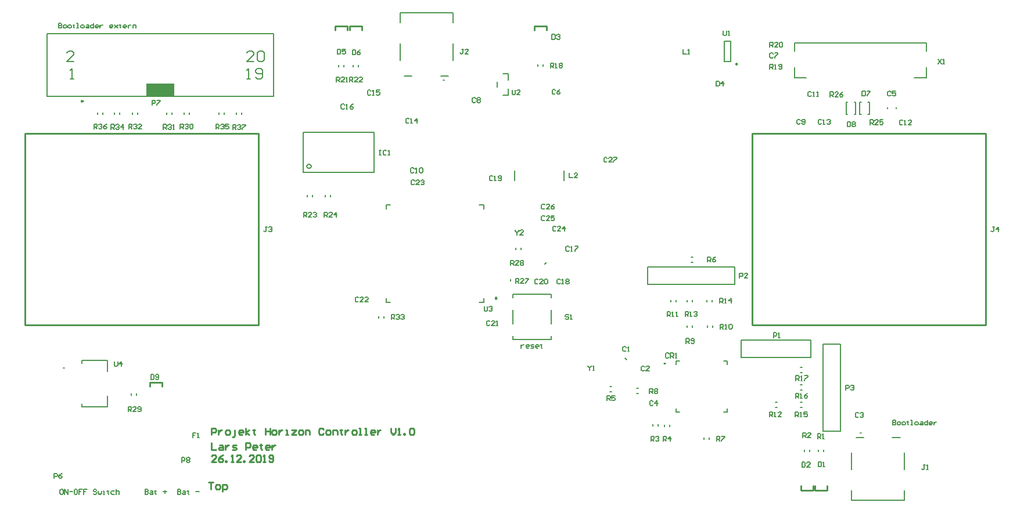
<source format=gto>
G04*
G04 #@! TF.GenerationSoftware,Altium Limited,Altium NEXUS,2.1.8 (74)*
G04*
G04 Layer_Color=65535*
%FSLAX25Y25*%
%MOIN*%
G70*
G01*
G75*
%ADD10C,0.00984*%
%ADD11C,0.00394*%
%ADD12C,0.00600*%
%ADD13C,0.00787*%
%ADD14C,0.00945*%
%ADD15C,0.00630*%
%ADD16C,0.01000*%
%ADD17C,0.00591*%
%ADD18C,0.00500*%
%ADD19R,0.16142X0.07480*%
D10*
X428248Y248524D02*
X427510Y248950D01*
Y248097D01*
X428248Y248524D01*
X52736Y227205D02*
X51998Y227631D01*
Y226779D01*
X52736Y227205D01*
D11*
X425669Y240413D02*
D03*
X495669Y228901D02*
D03*
X499606Y217483D02*
D03*
D12*
X183718Y189608D02*
X183366Y190457D01*
X182518Y190808D01*
X181669Y190457D01*
X181318Y189608D01*
X181669Y188760D01*
X182518Y188408D01*
X183366Y188760D01*
X183718Y189608D01*
X296760Y239125D02*
Y242823D01*
X290642Y235089D02*
Y238139D01*
X293830Y230405D02*
X296760D01*
Y234103D01*
X293830Y242823D02*
X296760D01*
X393102Y77866D02*
X395194D01*
X422502Y75774D02*
Y77866D01*
X420410Y48466D02*
X422502D01*
X393102D02*
X395194D01*
X422502D02*
Y50558D01*
X420410Y77866D02*
X422502D01*
X393102Y75774D02*
Y77866D01*
Y48466D02*
Y50558D01*
X179045Y209124D02*
X219990D01*
Y186092D02*
Y209124D01*
X179045Y186092D02*
X219990D01*
X179045D02*
Y209124D01*
D13*
X42354Y73976D02*
X41567D01*
X42354D01*
X420866Y249902D02*
X424409D01*
X420866Y261713D02*
X424409D01*
Y249902D02*
Y261713D01*
X420866Y249902D02*
Y261713D01*
X317933Y133559D02*
X318933Y134559D01*
X140744Y219677D02*
Y220677D01*
X143744Y219677D02*
Y220677D01*
X537008Y255986D02*
Y260710D01*
X461024D02*
X537008D01*
X461024Y255986D02*
Y260710D01*
Y240631D02*
Y246537D01*
Y240631D02*
X467717D01*
X529921D02*
X537008D01*
Y246537D01*
X162244Y229764D02*
Y265984D01*
X32244Y229764D02*
Y265984D01*
Y229764D02*
X162244D01*
X32244Y265984D02*
X162244D01*
X477605Y37580D02*
X487605D01*
X477605D02*
Y87580D01*
X487605Y37580D02*
Y87580D01*
X477605D02*
X487605D01*
X430475Y79775D02*
Y89775D01*
X470474D01*
X430475Y79775D02*
X470474D01*
Y89775D01*
X321472Y114220D02*
Y116220D01*
X299472D02*
X321472D01*
X299472Y114220D02*
Y116220D01*
Y99220D02*
Y107220D01*
X321472Y99220D02*
Y107220D01*
X299472Y90220D02*
Y92220D01*
Y90220D02*
X321472D01*
Y92220D01*
X490748Y219649D02*
X491536D01*
X490748Y226735D02*
X491536D01*
X495472Y219649D02*
X496260D01*
X495472Y226735D02*
X496260D01*
X490748Y219649D02*
Y226735D01*
X496260Y219649D02*
Y226735D01*
X519587Y222798D02*
Y223586D01*
X514665Y222798D02*
Y223586D01*
X503346Y226735D02*
X504134D01*
X503346Y219649D02*
X504134D01*
X498622Y226735D02*
X499409D01*
X498622Y219649D02*
X499409D01*
X504134D02*
Y226735D01*
X498622Y219649D02*
Y226735D01*
X376739Y121985D02*
Y131984D01*
X426739D01*
X376739Y121985D02*
X426739D01*
Y131984D01*
X477896Y25959D02*
Y26959D01*
X474896Y25959D02*
Y26959D01*
X466703Y25959D02*
Y26959D01*
X469703Y25959D02*
Y26959D01*
X379996Y40445D02*
Y41445D01*
X382996Y40445D02*
Y41445D01*
X389595Y40341D02*
Y41342D01*
X386595Y40341D02*
Y41342D01*
X355284Y60143D02*
X356284D01*
X355284Y63143D02*
X356284D01*
X401934Y134680D02*
X402934D01*
X401934Y137680D02*
X402934D01*
X412255Y32784D02*
Y33784D01*
X409255Y32784D02*
Y33784D01*
X370470Y62116D02*
X371470D01*
X370470Y59116D02*
X371470D01*
X399635Y97194D02*
Y98194D01*
X402635Y97194D02*
Y98194D01*
X411215Y97194D02*
Y98194D01*
X414215Y97194D02*
Y98194D01*
X390087Y111878D02*
Y112878D01*
X393087Y111878D02*
Y112878D01*
X450101Y54080D02*
X451101D01*
X450101Y51080D02*
X451101D01*
X399635Y111958D02*
Y112958D01*
X402635Y111958D02*
Y112958D01*
X411003Y111941D02*
Y112941D01*
X414003Y111941D02*
Y112941D01*
X464471Y54080D02*
X465471D01*
X464471Y51080D02*
X465471D01*
X464471Y64080D02*
X465471D01*
X464471Y61080D02*
X465471D01*
X464471Y74080D02*
X465471D01*
X464471Y71080D02*
X465471D01*
X316854Y247156D02*
Y248156D01*
X313854Y247156D02*
Y248156D01*
X202490Y247069D02*
Y248068D01*
X199490Y247069D02*
Y248068D01*
X210864Y247069D02*
Y248068D01*
X207864Y247069D02*
Y248068D01*
X181384Y172141D02*
Y173141D01*
X184384Y172141D02*
Y173141D01*
X191723Y172141D02*
Y173141D01*
X194723Y172141D02*
Y173141D01*
X301146Y123901D02*
Y124901D01*
X298146Y123901D02*
Y124901D01*
X301098Y142043D02*
Y143043D01*
X304098Y142043D02*
Y143043D01*
X83390Y58161D02*
Y59161D01*
X80390Y58161D02*
Y59161D01*
X110744Y219677D02*
Y220677D01*
X113744Y219677D02*
Y220677D01*
X100744Y219677D02*
Y220677D01*
X103744Y219677D02*
Y220677D01*
X81177Y219677D02*
Y220677D01*
X84177Y219677D02*
Y220677D01*
X225516Y102680D02*
Y103680D01*
X222516Y102680D02*
Y103680D01*
X70941Y219677D02*
Y220677D01*
X73941Y219677D02*
Y220677D01*
X133744Y219677D02*
Y220677D01*
X130744Y219677D02*
Y220677D01*
X61098Y219677D02*
Y220677D01*
X64098Y219677D02*
Y220677D01*
X363768Y79454D02*
X364768Y78454D01*
D14*
X290276Y114000D02*
X289567Y114409D01*
Y113591D01*
X290276Y114000D01*
D15*
X260078Y239094D02*
X259448D01*
X260078D01*
X499528Y36614D02*
X498898D01*
X499528D01*
D16*
X386954Y76408D02*
X386305D01*
X386954D01*
X570866Y98425D02*
Y208661D01*
X437008Y98425D02*
X570866D01*
X437008D02*
Y208661D01*
X570866D01*
X91264Y65661D02*
X91764D01*
X91264Y63161D02*
Y65661D01*
X91764D02*
X98264D01*
Y63161D02*
Y65661D01*
X479396Y3711D02*
X479896D01*
Y6211D01*
X472896Y3711D02*
X479396D01*
X472896D02*
Y6211D01*
X471203Y3711D02*
X471703D01*
Y6211D01*
X464703Y3711D02*
X471203D01*
X464703D02*
Y6211D01*
X311854Y270253D02*
X312354D01*
X311854Y267753D02*
Y270253D01*
X312354D02*
X318854D01*
Y267753D02*
Y270253D01*
X197490Y270317D02*
X197990D01*
X197490Y267816D02*
Y270317D01*
X197990D02*
X204490D01*
Y267816D02*
Y270317D01*
X205864D02*
X206364D01*
X205864Y267816D02*
Y270317D01*
X206364D02*
X212864D01*
Y267816D02*
Y270317D01*
X19685Y98441D02*
Y208677D01*
X153543D01*
Y98441D02*
Y208677D01*
X19685Y98441D02*
X153543D01*
X126591Y35455D02*
Y39391D01*
X128558D01*
X129214Y38735D01*
Y37423D01*
X128558Y36767D01*
X126591D01*
X130526Y38079D02*
Y35455D01*
Y36767D01*
X131182Y37423D01*
X131838Y38079D01*
X132494D01*
X135118Y35455D02*
X136430D01*
X137086Y36111D01*
Y37423D01*
X136430Y38079D01*
X135118D01*
X134462Y37423D01*
Y36111D01*
X135118Y35455D01*
X138398Y34143D02*
X139054D01*
X139710Y34799D01*
Y38079D01*
X144301Y35455D02*
X142990D01*
X142333Y36111D01*
Y37423D01*
X142990Y38079D01*
X144301D01*
X144957Y37423D01*
Y36767D01*
X142333D01*
X146269Y35455D02*
Y39391D01*
Y36767D02*
X148237Y38079D01*
X146269Y36767D02*
X148237Y35455D01*
X150861Y38735D02*
Y38079D01*
X150205D01*
X151517D01*
X150861D01*
Y36111D01*
X151517Y35455D01*
X157421Y39391D02*
Y35455D01*
Y37423D01*
X160044D01*
Y39391D01*
Y35455D01*
X162012D02*
X163324D01*
X163980Y36111D01*
Y37423D01*
X163324Y38079D01*
X162012D01*
X161356Y37423D01*
Y36111D01*
X162012Y35455D01*
X165292Y38079D02*
Y35455D01*
Y36767D01*
X165948Y37423D01*
X166604Y38079D01*
X167260D01*
X169228Y35455D02*
X170540D01*
X169884D01*
Y38079D01*
X169228D01*
X172508D02*
X175131D01*
X172508Y35455D01*
X175131D01*
X177099D02*
X178411D01*
X179067Y36111D01*
Y37423D01*
X178411Y38079D01*
X177099D01*
X176443Y37423D01*
Y36111D01*
X177099Y35455D01*
X180379D02*
Y38079D01*
X182347D01*
X183003Y37423D01*
Y35455D01*
X190874Y38735D02*
X190218Y39391D01*
X188906D01*
X188251Y38735D01*
Y36111D01*
X188906Y35455D01*
X190218D01*
X190874Y36111D01*
X192842Y35455D02*
X194154D01*
X194810Y36111D01*
Y37423D01*
X194154Y38079D01*
X192842D01*
X192186Y37423D01*
Y36111D01*
X192842Y35455D01*
X196122D02*
Y38079D01*
X198090D01*
X198746Y37423D01*
Y35455D01*
X200714Y38735D02*
Y38079D01*
X200058D01*
X201370D01*
X200714D01*
Y36111D01*
X201370Y35455D01*
X203338Y38079D02*
Y35455D01*
Y36767D01*
X203993Y37423D01*
X204649Y38079D01*
X205305D01*
X207929Y35455D02*
X209241D01*
X209897Y36111D01*
Y37423D01*
X209241Y38079D01*
X207929D01*
X207273Y37423D01*
Y36111D01*
X207929Y35455D01*
X211209D02*
X212521D01*
X211865D01*
Y39391D01*
X211209D01*
X214489Y35455D02*
X215801D01*
X215145D01*
Y39391D01*
X214489D01*
X219736Y35455D02*
X218425D01*
X217769Y36111D01*
Y37423D01*
X218425Y38079D01*
X219736D01*
X220392Y37423D01*
Y36767D01*
X217769D01*
X221704Y38079D02*
Y35455D01*
Y36767D01*
X222360Y37423D01*
X223016Y38079D01*
X223672D01*
X229576Y39391D02*
Y36767D01*
X230888Y35455D01*
X232200Y36767D01*
Y39391D01*
X233511Y35455D02*
X234823D01*
X234167D01*
Y39391D01*
X233511Y38735D01*
X236791Y35455D02*
Y36111D01*
X237447D01*
Y35455D01*
X236791D01*
X240071Y38735D02*
X240727Y39391D01*
X242039D01*
X242695Y38735D01*
Y36111D01*
X242039Y35455D01*
X240727D01*
X240071Y36111D01*
Y38735D01*
X126591Y30956D02*
Y27020D01*
X129214D01*
X131182Y29644D02*
X132494D01*
X133150Y28988D01*
Y27020D01*
X131182D01*
X130526Y27676D01*
X131182Y28332D01*
X133150D01*
X134462Y29644D02*
Y27020D01*
Y28332D01*
X135118Y28988D01*
X135774Y29644D01*
X136430D01*
X138398Y27020D02*
X140366D01*
X141022Y27676D01*
X140366Y28332D01*
X139054D01*
X138398Y28988D01*
X139054Y29644D01*
X141022D01*
X146269Y27020D02*
Y30956D01*
X148237D01*
X148893Y30300D01*
Y28988D01*
X148237Y28332D01*
X146269D01*
X152173Y27020D02*
X150861D01*
X150205Y27676D01*
Y28988D01*
X150861Y29644D01*
X152173D01*
X152829Y28988D01*
Y28332D01*
X150205D01*
X154797Y30300D02*
Y29644D01*
X154141D01*
X155453D01*
X154797D01*
Y27676D01*
X155453Y27020D01*
X159388D02*
X158077D01*
X157421Y27676D01*
Y28988D01*
X158077Y29644D01*
X159388D01*
X160044Y28988D01*
Y28332D01*
X157421D01*
X161356Y29644D02*
Y27020D01*
Y28332D01*
X162012Y28988D01*
X162668Y29644D01*
X163324D01*
X129214Y19898D02*
X126591D01*
X129214Y22522D01*
Y23177D01*
X128558Y23833D01*
X127246D01*
X126591Y23177D01*
X133150Y23833D02*
X131838Y23177D01*
X130526Y21866D01*
Y20554D01*
X131182Y19898D01*
X132494D01*
X133150Y20554D01*
Y21210D01*
X132494Y21866D01*
X130526D01*
X134462Y19898D02*
Y20554D01*
X135118D01*
Y19898D01*
X134462D01*
X137742D02*
X139054D01*
X138398D01*
Y23833D01*
X137742Y23177D01*
X143645Y19898D02*
X141022D01*
X143645Y22522D01*
Y23177D01*
X142990Y23833D01*
X141677D01*
X141022Y23177D01*
X144957Y19898D02*
Y20554D01*
X145613D01*
Y19898D01*
X144957D01*
X150861D02*
X148237D01*
X150861Y22522D01*
Y23177D01*
X150205Y23833D01*
X148893D01*
X148237Y23177D01*
X152173D02*
X152829Y23833D01*
X154141D01*
X154797Y23177D01*
Y20554D01*
X154141Y19898D01*
X152829D01*
X152173Y20554D01*
Y23177D01*
X156109Y19898D02*
X157421D01*
X156765D01*
Y23833D01*
X156109Y23177D01*
X159388Y20554D02*
X160044Y19898D01*
X161356D01*
X162012Y20554D01*
Y23177D01*
X161356Y23833D01*
X160044D01*
X159388Y23177D01*
Y22522D01*
X160044Y21866D01*
X162012D01*
X125016Y8216D02*
X127640D01*
X126328D01*
Y4280D01*
X129607D02*
X130919D01*
X131575Y4936D01*
Y6248D01*
X130919Y6904D01*
X129607D01*
X128952Y6248D01*
Y4936D01*
X129607Y4280D01*
X132887Y2968D02*
Y6904D01*
X134855D01*
X135511Y6248D01*
Y4936D01*
X134855Y4280D01*
X132887D01*
D17*
X300482Y181693D02*
Y187205D01*
X328829Y181693D02*
Y187205D01*
X47520Y249921D02*
X43584D01*
X47520Y253857D01*
Y254841D01*
X46536Y255825D01*
X44568D01*
X43584Y254841D01*
X45552Y239921D02*
X47520D01*
X46536D01*
Y245825D01*
X45552Y244841D01*
X150904Y249921D02*
X146968D01*
X150904Y253857D01*
Y254841D01*
X149920Y255825D01*
X147952D01*
X146968Y254841D01*
X152872D02*
X153856Y255825D01*
X155824D01*
X156808Y254841D01*
Y250905D01*
X155824Y249921D01*
X153856D01*
X152872Y250905D01*
Y254841D01*
X146968Y239921D02*
X148936D01*
X147952D01*
Y245825D01*
X146968Y244841D01*
X151888Y240905D02*
X152872Y239921D01*
X154840D01*
X155824Y240905D01*
Y244841D01*
X154840Y245825D01*
X152872D01*
X151888Y244841D01*
Y243857D01*
X152872Y242873D01*
X155824D01*
X304333Y87209D02*
Y85373D01*
Y86291D01*
X304792Y86750D01*
X305251Y87209D01*
X305710D01*
X308465Y85373D02*
X307547D01*
X307088Y85832D01*
Y86750D01*
X307547Y87209D01*
X308465D01*
X308925Y86750D01*
Y86291D01*
X307088D01*
X309843Y85373D02*
X311220D01*
X311680Y85832D01*
X311220Y86291D01*
X310302D01*
X309843Y86750D01*
X310302Y87209D01*
X311680D01*
X313975Y85373D02*
X313057D01*
X312598Y85832D01*
Y86750D01*
X313057Y87209D01*
X313975D01*
X314435Y86750D01*
Y86291D01*
X312598D01*
X315812Y87669D02*
Y87209D01*
X315353D01*
X316271D01*
X315812D01*
Y85832D01*
X316271Y85373D01*
X40944Y4133D02*
X40026D01*
X39567Y3674D01*
Y1837D01*
X40026Y1378D01*
X40944D01*
X41404Y1837D01*
Y3674D01*
X40944Y4133D01*
X42322Y1378D02*
Y4133D01*
X44159Y1378D01*
Y4133D01*
X45077Y2756D02*
X46914D01*
X49209Y4133D02*
X48291D01*
X47832Y3674D01*
Y1837D01*
X48291Y1378D01*
X49209D01*
X49669Y1837D01*
Y3674D01*
X49209Y4133D01*
X52424D02*
X50587D01*
Y2756D01*
X51505D01*
X50587D01*
Y1378D01*
X55179Y4133D02*
X53342D01*
Y2756D01*
X54260D01*
X53342D01*
Y1378D01*
X60689Y3674D02*
X60230Y4133D01*
X59311D01*
X58852Y3674D01*
Y3215D01*
X59311Y2756D01*
X60230D01*
X60689Y2296D01*
Y1837D01*
X60230Y1378D01*
X59311D01*
X58852Y1837D01*
X61607Y3215D02*
Y1837D01*
X62066Y1378D01*
X62525Y1837D01*
X62985Y1378D01*
X63444Y1837D01*
Y3215D01*
X64362Y1378D02*
X65280D01*
X64821D01*
Y3215D01*
X64362D01*
X67117Y3674D02*
Y3215D01*
X66658D01*
X67576D01*
X67117D01*
Y1837D01*
X67576Y1378D01*
X70790Y3215D02*
X69413D01*
X68954Y2756D01*
Y1837D01*
X69413Y1378D01*
X70790D01*
X71709Y4133D02*
Y1378D01*
Y2756D01*
X72168Y3215D01*
X73086D01*
X73545Y2756D01*
Y1378D01*
X107087Y4133D02*
Y1378D01*
X108464D01*
X108923Y1837D01*
Y2296D01*
X108464Y2756D01*
X107087D01*
X108464D01*
X108923Y3215D01*
Y3674D01*
X108464Y4133D01*
X107087D01*
X110301Y3215D02*
X111219D01*
X111678Y2756D01*
Y1378D01*
X110301D01*
X109842Y1837D01*
X110301Y2296D01*
X111678D01*
X113056Y3674D02*
Y3215D01*
X112597D01*
X113515D01*
X113056D01*
Y1837D01*
X113515Y1378D01*
X117648Y2756D02*
X119484D01*
X88386Y4133D02*
Y1378D01*
X89763D01*
X90223Y1837D01*
Y2296D01*
X89763Y2756D01*
X88386D01*
X89763D01*
X90223Y3215D01*
Y3674D01*
X89763Y4133D01*
X88386D01*
X91600Y3215D02*
X92518D01*
X92977Y2756D01*
Y1378D01*
X91600D01*
X91141Y1837D01*
X91600Y2296D01*
X92977D01*
X94355Y3674D02*
Y3215D01*
X93896D01*
X94814D01*
X94355D01*
Y1837D01*
X94814Y1378D01*
X98947Y2756D02*
X100783D01*
X99865Y3674D02*
Y1837D01*
X38780Y271849D02*
Y269094D01*
X40157D01*
X40616Y269554D01*
Y270013D01*
X40157Y270472D01*
X38780D01*
X40157D01*
X40616Y270931D01*
Y271390D01*
X40157Y271849D01*
X38780D01*
X41994Y269094D02*
X42912D01*
X43371Y269554D01*
Y270472D01*
X42912Y270931D01*
X41994D01*
X41535Y270472D01*
Y269554D01*
X41994Y269094D01*
X44749D02*
X45667D01*
X46126Y269554D01*
Y270472D01*
X45667Y270931D01*
X44749D01*
X44290Y270472D01*
Y269554D01*
X44749Y269094D01*
X47504Y271390D02*
Y270931D01*
X47045D01*
X47963D01*
X47504D01*
Y269554D01*
X47963Y269094D01*
X49340D02*
X50259D01*
X49800D01*
Y271849D01*
X49340D01*
X52096Y269094D02*
X53014D01*
X53473Y269554D01*
Y270472D01*
X53014Y270931D01*
X52096D01*
X51636Y270472D01*
Y269554D01*
X52096Y269094D01*
X54851Y270931D02*
X55769D01*
X56228Y270472D01*
Y269094D01*
X54851D01*
X54391Y269554D01*
X54851Y270013D01*
X56228D01*
X58983Y271849D02*
Y269094D01*
X57605D01*
X57146Y269554D01*
Y270472D01*
X57605Y270931D01*
X58983D01*
X61279Y269094D02*
X60360D01*
X59901Y269554D01*
Y270472D01*
X60360Y270931D01*
X61279D01*
X61738Y270472D01*
Y270013D01*
X59901D01*
X62656Y270931D02*
Y269094D01*
Y270013D01*
X63116Y270472D01*
X63575Y270931D01*
X64034D01*
X69544Y269094D02*
X68626D01*
X68166Y269554D01*
Y270472D01*
X68626Y270931D01*
X69544D01*
X70003Y270472D01*
Y270013D01*
X68166D01*
X70921Y270931D02*
X72758Y269094D01*
X71840Y270013D01*
X72758Y270931D01*
X70921Y269094D01*
X74136Y271390D02*
Y270931D01*
X73676D01*
X74595D01*
X74136D01*
Y269554D01*
X74595Y269094D01*
X77350D02*
X76432D01*
X75972Y269554D01*
Y270472D01*
X76432Y270931D01*
X77350D01*
X77809Y270472D01*
Y270013D01*
X75972D01*
X78727Y270931D02*
Y269094D01*
Y270013D01*
X79186Y270472D01*
X79646Y270931D01*
X80105D01*
X81482Y269094D02*
Y270931D01*
X82860D01*
X83319Y270472D01*
Y269094D01*
X517385Y43897D02*
Y41142D01*
X518763D01*
X519222Y41601D01*
Y42060D01*
X518763Y42519D01*
X517385D01*
X518763D01*
X519222Y42978D01*
Y43438D01*
X518763Y43897D01*
X517385D01*
X520600Y41142D02*
X521518D01*
X521977Y41601D01*
Y42519D01*
X521518Y42978D01*
X520600D01*
X520140Y42519D01*
Y41601D01*
X520600Y41142D01*
X523355D02*
X524273D01*
X524732Y41601D01*
Y42519D01*
X524273Y42978D01*
X523355D01*
X522895Y42519D01*
Y41601D01*
X523355Y41142D01*
X526110Y43438D02*
Y42978D01*
X525651D01*
X526569D01*
X526110D01*
Y41601D01*
X526569Y41142D01*
X527946D02*
X528865D01*
X528406D01*
Y43897D01*
X527946D01*
X530701Y41142D02*
X531620D01*
X532079Y41601D01*
Y42519D01*
X531620Y42978D01*
X530701D01*
X530242Y42519D01*
Y41601D01*
X530701Y41142D01*
X533456Y42978D02*
X534375D01*
X534834Y42519D01*
Y41142D01*
X533456D01*
X532997Y41601D01*
X533456Y42060D01*
X534834D01*
X537589Y43897D02*
Y41142D01*
X536211D01*
X535752Y41601D01*
Y42519D01*
X536211Y42978D01*
X537589D01*
X539885Y41142D02*
X538966D01*
X538507Y41601D01*
Y42519D01*
X538966Y42978D01*
X539885D01*
X540344Y42519D01*
Y42060D01*
X538507D01*
X541262Y42978D02*
Y41142D01*
Y42060D01*
X541721Y42519D01*
X542181Y42978D01*
X542640D01*
X117626Y36645D02*
X115790D01*
Y35267D01*
X116708D01*
X115790D01*
Y33890D01*
X118545D02*
X119463D01*
X119004D01*
Y36645D01*
X118545Y36186D01*
X575826Y154945D02*
X574908D01*
X575367D01*
Y152649D01*
X574908Y152190D01*
X574449D01*
X573990Y152649D01*
X578122Y152190D02*
Y154945D01*
X576745Y153567D01*
X578581D01*
X158426Y154945D02*
X157508D01*
X157967D01*
Y152649D01*
X157508Y152190D01*
X157049D01*
X156590Y152649D01*
X159345Y154486D02*
X159804Y154945D01*
X160722D01*
X161181Y154486D01*
Y154026D01*
X160722Y153567D01*
X160263D01*
X160722D01*
X161181Y153108D01*
Y152649D01*
X160722Y152190D01*
X159804D01*
X159345Y152649D01*
X300896Y153085D02*
Y152626D01*
X301814Y151707D01*
X302732Y152626D01*
Y153085D01*
X301814Y151707D02*
Y150330D01*
X305487D02*
X303650D01*
X305487Y152166D01*
Y152626D01*
X305028Y153085D01*
X304110D01*
X303650Y152626D01*
X342635Y75343D02*
Y74883D01*
X343553Y73965D01*
X344472Y74883D01*
Y75343D01*
X343553Y73965D02*
Y72587D01*
X345390D02*
X346308D01*
X345849D01*
Y75343D01*
X345390Y74883D01*
X543590Y251245D02*
X545426Y248490D01*
Y251245D02*
X543590Y248490D01*
X546345D02*
X547263D01*
X546804D01*
Y251245D01*
X546345Y250786D01*
X70866Y77558D02*
Y75262D01*
X71325Y74803D01*
X72244D01*
X72703Y75262D01*
Y77558D01*
X74999Y74803D02*
Y77558D01*
X73621Y76181D01*
X75458D01*
X283045Y109282D02*
Y106986D01*
X283504Y106527D01*
X284422D01*
X284882Y106986D01*
Y109282D01*
X285800Y108822D02*
X286259Y109282D01*
X287177D01*
X287637Y108822D01*
Y108363D01*
X287177Y107904D01*
X286718D01*
X287177D01*
X287637Y107445D01*
Y106986D01*
X287177Y106527D01*
X286259D01*
X285800Y106986D01*
X299096Y233558D02*
Y231262D01*
X299555Y230802D01*
X300474D01*
X300933Y231262D01*
Y233558D01*
X303688Y230802D02*
X301851D01*
X303688Y232639D01*
Y233098D01*
X303229Y233558D01*
X302310D01*
X301851Y233098D01*
X420276Y267637D02*
Y265341D01*
X420735Y264882D01*
X421653D01*
X422112Y265341D01*
Y267637D01*
X423031Y264882D02*
X423949D01*
X423490D01*
Y267637D01*
X423031Y267178D01*
X331526Y104186D02*
X331067Y104645D01*
X330149D01*
X329690Y104186D01*
Y103726D01*
X330149Y103267D01*
X331067D01*
X331526Y102808D01*
Y102349D01*
X331067Y101890D01*
X330149D01*
X329690Y102349D01*
X332445Y101890D02*
X333363D01*
X332904D01*
Y104645D01*
X332445Y104186D01*
X138803Y210956D02*
Y213711D01*
X140181D01*
X140640Y213251D01*
Y212333D01*
X140181Y211874D01*
X138803D01*
X139721D02*
X140640Y210956D01*
X141558Y213251D02*
X142017Y213711D01*
X142936D01*
X143395Y213251D01*
Y212792D01*
X142936Y212333D01*
X142476D01*
X142936D01*
X143395Y211874D01*
Y211415D01*
X142936Y210956D01*
X142017D01*
X141558Y211415D01*
X144313Y213711D02*
X146150D01*
Y213251D01*
X144313Y211415D01*
Y210956D01*
X59055Y211286D02*
Y214042D01*
X60433D01*
X60892Y213582D01*
Y212664D01*
X60433Y212205D01*
X59055D01*
X59974D02*
X60892Y211286D01*
X61810Y213582D02*
X62269Y214042D01*
X63188D01*
X63647Y213582D01*
Y213123D01*
X63188Y212664D01*
X62729D01*
X63188D01*
X63647Y212205D01*
Y211746D01*
X63188Y211286D01*
X62269D01*
X61810Y211746D01*
X66402Y214042D02*
X65483Y213582D01*
X64565Y212664D01*
Y211746D01*
X65024Y211286D01*
X65943D01*
X66402Y211746D01*
Y212205D01*
X65943Y212664D01*
X64565D01*
X129133Y211086D02*
Y213841D01*
X130510D01*
X130970Y213381D01*
Y212463D01*
X130510Y212004D01*
X129133D01*
X130051D02*
X130970Y211086D01*
X131888Y213381D02*
X132347Y213841D01*
X133265D01*
X133725Y213381D01*
Y212922D01*
X133265Y212463D01*
X132806D01*
X133265D01*
X133725Y212004D01*
Y211545D01*
X133265Y211086D01*
X132347D01*
X131888Y211545D01*
X136480Y213841D02*
X134643D01*
Y212463D01*
X135561Y212922D01*
X136020D01*
X136480Y212463D01*
Y211545D01*
X136020Y211086D01*
X135102D01*
X134643Y211545D01*
X68891Y211024D02*
Y213779D01*
X70269D01*
X70728Y213319D01*
Y212401D01*
X70269Y211942D01*
X68891D01*
X69809D02*
X70728Y211024D01*
X71646Y213319D02*
X72105Y213779D01*
X73024D01*
X73483Y213319D01*
Y212860D01*
X73024Y212401D01*
X72565D01*
X73024D01*
X73483Y211942D01*
Y211483D01*
X73024Y211024D01*
X72105D01*
X71646Y211483D01*
X75779Y211024D02*
Y213779D01*
X74401Y212401D01*
X76238D01*
X229790Y101790D02*
Y104545D01*
X231167D01*
X231626Y104086D01*
Y103167D01*
X231167Y102708D01*
X229790D01*
X230708D02*
X231626Y101790D01*
X232545Y104086D02*
X233004Y104545D01*
X233922D01*
X234382Y104086D01*
Y103626D01*
X233922Y103167D01*
X233463D01*
X233922D01*
X234382Y102708D01*
Y102249D01*
X233922Y101790D01*
X233004D01*
X232545Y102249D01*
X235300Y104086D02*
X235759Y104545D01*
X236677D01*
X237137Y104086D01*
Y103626D01*
X236677Y103167D01*
X236218D01*
X236677D01*
X237137Y102708D01*
Y102249D01*
X236677Y101790D01*
X235759D01*
X235300Y102249D01*
X79134Y211286D02*
Y214042D01*
X80511D01*
X80971Y213582D01*
Y212664D01*
X80511Y212205D01*
X79134D01*
X80052D02*
X80971Y211286D01*
X81889Y213582D02*
X82348Y214042D01*
X83266D01*
X83726Y213582D01*
Y213123D01*
X83266Y212664D01*
X82807D01*
X83266D01*
X83726Y212205D01*
Y211746D01*
X83266Y211286D01*
X82348D01*
X81889Y211746D01*
X86481Y211286D02*
X84644D01*
X86481Y213123D01*
Y213582D01*
X86021Y214042D01*
X85103D01*
X84644Y213582D01*
X98891Y211024D02*
Y213779D01*
X100269D01*
X100728Y213319D01*
Y212401D01*
X100269Y211942D01*
X98891D01*
X99809D02*
X100728Y211024D01*
X101646Y213319D02*
X102105Y213779D01*
X103024D01*
X103483Y213319D01*
Y212860D01*
X103024Y212401D01*
X102565D01*
X103024D01*
X103483Y211942D01*
Y211483D01*
X103024Y211024D01*
X102105D01*
X101646Y211483D01*
X104401Y211024D02*
X105319D01*
X104860D01*
Y213779D01*
X104401Y213319D01*
X108661Y211286D02*
Y214042D01*
X110039D01*
X110498Y213582D01*
Y212664D01*
X110039Y212205D01*
X108661D01*
X109580D02*
X110498Y211286D01*
X111416Y213582D02*
X111876Y214042D01*
X112794D01*
X113253Y213582D01*
Y213123D01*
X112794Y212664D01*
X112335D01*
X112794D01*
X113253Y212205D01*
Y211746D01*
X112794Y211286D01*
X111876D01*
X111416Y211746D01*
X114172Y213582D02*
X114631Y214042D01*
X115549D01*
X116008Y213582D01*
Y211746D01*
X115549Y211286D01*
X114631D01*
X114172Y211746D01*
Y213582D01*
X78740Y48819D02*
Y51574D01*
X80118D01*
X80577Y51115D01*
Y50196D01*
X80118Y49737D01*
X78740D01*
X79659D02*
X80577Y48819D01*
X83332D02*
X81495D01*
X83332Y50656D01*
Y51115D01*
X82873Y51574D01*
X81954D01*
X81495Y51115D01*
X84250Y49278D02*
X84709Y48819D01*
X85628D01*
X86087Y49278D01*
Y51115D01*
X85628Y51574D01*
X84709D01*
X84250Y51115D01*
Y50656D01*
X84709Y50196D01*
X86087D01*
X298241Y132917D02*
Y135672D01*
X299618D01*
X300077Y135213D01*
Y134294D01*
X299618Y133835D01*
X298241D01*
X299159D02*
X300077Y132917D01*
X302832D02*
X300996D01*
X302832Y134754D01*
Y135213D01*
X302373Y135672D01*
X301455D01*
X300996Y135213D01*
X303751D02*
X304210Y135672D01*
X305128D01*
X305587Y135213D01*
Y134754D01*
X305128Y134294D01*
X305587Y133835D01*
Y133376D01*
X305128Y132917D01*
X304210D01*
X303751Y133376D01*
Y133835D01*
X304210Y134294D01*
X303751Y134754D01*
Y135213D01*
X304210Y134294D02*
X305128D01*
X301181Y122591D02*
Y125346D01*
X302559D01*
X303018Y124887D01*
Y123969D01*
X302559Y123510D01*
X301181D01*
X302099D02*
X303018Y122591D01*
X305773D02*
X303936D01*
X305773Y124428D01*
Y124887D01*
X305314Y125346D01*
X304395D01*
X303936Y124887D01*
X306691Y125346D02*
X308528D01*
Y124887D01*
X306691Y123050D01*
Y122591D01*
X481644Y229675D02*
Y232430D01*
X483021D01*
X483480Y231971D01*
Y231053D01*
X483021Y230593D01*
X481644D01*
X482562D02*
X483480Y229675D01*
X486235D02*
X484399D01*
X486235Y231512D01*
Y231971D01*
X485776Y232430D01*
X484858D01*
X484399Y231971D01*
X488990Y232430D02*
X488072Y231971D01*
X487154Y231053D01*
Y230134D01*
X487613Y229675D01*
X488531D01*
X488990Y230134D01*
Y230593D01*
X488531Y231053D01*
X487154D01*
X504528Y213663D02*
Y216418D01*
X505905D01*
X506364Y215958D01*
Y215040D01*
X505905Y214581D01*
X504528D01*
X505446D02*
X506364Y213663D01*
X509119D02*
X507283D01*
X509119Y215499D01*
Y215958D01*
X508660Y216418D01*
X507742D01*
X507283Y215958D01*
X511874Y216418D02*
X510038D01*
Y215040D01*
X510956Y215499D01*
X511415D01*
X511874Y215040D01*
Y214122D01*
X511415Y213663D01*
X510497D01*
X510038Y214122D01*
X191239Y160564D02*
Y163319D01*
X192616D01*
X193076Y162860D01*
Y161942D01*
X192616Y161483D01*
X191239D01*
X192157D02*
X193076Y160564D01*
X195831D02*
X193994D01*
X195831Y162401D01*
Y162860D01*
X195371Y163319D01*
X194453D01*
X193994Y162860D01*
X198126Y160564D02*
Y163319D01*
X196749Y161942D01*
X198586D01*
X179415Y160564D02*
Y163319D01*
X180793D01*
X181252Y162860D01*
Y161942D01*
X180793Y161483D01*
X179415D01*
X180333D02*
X181252Y160564D01*
X184007D02*
X182170D01*
X184007Y162401D01*
Y162860D01*
X183548Y163319D01*
X182629D01*
X182170Y162860D01*
X184925D02*
X185384Y163319D01*
X186303D01*
X186762Y162860D01*
Y162401D01*
X186303Y161942D01*
X185844D01*
X186303D01*
X186762Y161483D01*
Y161023D01*
X186303Y160564D01*
X185384D01*
X184925Y161023D01*
X205796Y238189D02*
Y240944D01*
X207173D01*
X207632Y240484D01*
Y239566D01*
X207173Y239107D01*
X205796D01*
X206714D02*
X207632Y238189D01*
X210387D02*
X208551D01*
X210387Y240025D01*
Y240484D01*
X209928Y240944D01*
X209010D01*
X208551Y240484D01*
X213142Y238189D02*
X211306D01*
X213142Y240025D01*
Y240484D01*
X212683Y240944D01*
X211765D01*
X211306Y240484D01*
X198238Y238189D02*
Y240944D01*
X199616D01*
X200075Y240484D01*
Y239566D01*
X199616Y239107D01*
X198238D01*
X199157D02*
X200075Y238189D01*
X202830D02*
X200993D01*
X202830Y240025D01*
Y240484D01*
X202371Y240944D01*
X201452D01*
X200993Y240484D01*
X203748Y238189D02*
X204667D01*
X204208D01*
Y240944D01*
X203748Y240484D01*
X446990Y258190D02*
Y260945D01*
X448367D01*
X448826Y260486D01*
Y259567D01*
X448367Y259108D01*
X446990D01*
X447908D02*
X448826Y258190D01*
X451581D02*
X449745D01*
X451581Y260026D01*
Y260486D01*
X451122Y260945D01*
X450204D01*
X449745Y260486D01*
X452500D02*
X452959Y260945D01*
X453877D01*
X454337Y260486D01*
Y258649D01*
X453877Y258190D01*
X452959D01*
X452500Y258649D01*
Y260486D01*
X446990Y245590D02*
Y248345D01*
X448367D01*
X448826Y247886D01*
Y246967D01*
X448367Y246508D01*
X446990D01*
X447908D02*
X448826Y245590D01*
X449745D02*
X450663D01*
X450204D01*
Y248345D01*
X449745Y247886D01*
X452041Y246049D02*
X452500Y245590D01*
X453418D01*
X453877Y246049D01*
Y247886D01*
X453418Y248345D01*
X452500D01*
X452041Y247886D01*
Y247426D01*
X452500Y246967D01*
X453877D01*
X321096Y246292D02*
Y249047D01*
X322474D01*
X322933Y248588D01*
Y247670D01*
X322474Y247211D01*
X321096D01*
X322014D02*
X322933Y246292D01*
X323851D02*
X324769D01*
X324310D01*
Y249047D01*
X323851Y248588D01*
X326147D02*
X326606Y249047D01*
X327524D01*
X327984Y248588D01*
Y248129D01*
X327524Y247670D01*
X327984Y247211D01*
Y246751D01*
X327524Y246292D01*
X326606D01*
X326147Y246751D01*
Y247211D01*
X326606Y247670D01*
X326147Y248129D01*
Y248588D01*
X326606Y247670D02*
X327524D01*
X461940Y66705D02*
Y69460D01*
X463318D01*
X463777Y69001D01*
Y68082D01*
X463318Y67623D01*
X461940D01*
X462859D02*
X463777Y66705D01*
X464695D02*
X465614D01*
X465155D01*
Y69460D01*
X464695Y69001D01*
X466991Y69460D02*
X468828D01*
Y69001D01*
X466991Y67164D01*
Y66705D01*
X461734Y56630D02*
Y59385D01*
X463112D01*
X463571Y58926D01*
Y58008D01*
X463112Y57549D01*
X461734D01*
X462653D02*
X463571Y56630D01*
X464489D02*
X465408D01*
X464949D01*
Y59385D01*
X464489Y58926D01*
X468622Y59385D02*
X467704Y58926D01*
X466785Y58008D01*
Y57089D01*
X467244Y56630D01*
X468163D01*
X468622Y57089D01*
Y57549D01*
X468163Y58008D01*
X466785D01*
X461624Y45796D02*
Y48551D01*
X463002D01*
X463461Y48092D01*
Y47174D01*
X463002Y46714D01*
X461624D01*
X462543D02*
X463461Y45796D01*
X464379D02*
X465298D01*
X464839D01*
Y48551D01*
X464379Y48092D01*
X468512Y48551D02*
X466675D01*
Y47174D01*
X467594Y47633D01*
X468053D01*
X468512Y47174D01*
Y46255D01*
X468053Y45796D01*
X467134D01*
X466675Y46255D01*
X418290Y111090D02*
Y113845D01*
X419667D01*
X420126Y113386D01*
Y112467D01*
X419667Y112008D01*
X418290D01*
X419208D02*
X420126Y111090D01*
X421045D02*
X421963D01*
X421504D01*
Y113845D01*
X421045Y113386D01*
X424718Y111090D02*
Y113845D01*
X423341Y112467D01*
X425177D01*
X398379Y103599D02*
Y106354D01*
X399757D01*
X400216Y105895D01*
Y104977D01*
X399757Y104518D01*
X398379D01*
X399297D02*
X400216Y103599D01*
X401134D02*
X402052D01*
X401593D01*
Y106354D01*
X401134Y105895D01*
X403430D02*
X403889Y106354D01*
X404807D01*
X405267Y105895D01*
Y105436D01*
X404807Y104977D01*
X404348D01*
X404807D01*
X405267Y104518D01*
Y104059D01*
X404807Y103599D01*
X403889D01*
X403430Y104059D01*
X446732Y45969D02*
Y48724D01*
X448109D01*
X448568Y48265D01*
Y47347D01*
X448109Y46887D01*
X446732D01*
X447650D02*
X448568Y45969D01*
X449487D02*
X450405D01*
X449946D01*
Y48724D01*
X449487Y48265D01*
X453619Y45969D02*
X451783D01*
X453619Y47806D01*
Y48265D01*
X453160Y48724D01*
X452242D01*
X451783Y48265D01*
X388095Y103436D02*
Y106191D01*
X389473D01*
X389932Y105732D01*
Y104814D01*
X389473Y104355D01*
X388095D01*
X389013D02*
X389932Y103436D01*
X390850D02*
X391768D01*
X391309D01*
Y106191D01*
X390850Y105732D01*
X393146Y103436D02*
X394064D01*
X393605D01*
Y106191D01*
X393146Y105732D01*
X418490Y96290D02*
Y99045D01*
X419867D01*
X420326Y98586D01*
Y97667D01*
X419867Y97208D01*
X418490D01*
X419408D02*
X420326Y96290D01*
X421245D02*
X422163D01*
X421704D01*
Y99045D01*
X421245Y98586D01*
X423541D02*
X424000Y99045D01*
X424918D01*
X425377Y98586D01*
Y96749D01*
X424918Y96290D01*
X424000D01*
X423541Y96749D01*
Y98586D01*
X398944Y88042D02*
Y90797D01*
X400321D01*
X400780Y90338D01*
Y89420D01*
X400321Y88960D01*
X398944D01*
X399862D02*
X400780Y88042D01*
X401699Y88501D02*
X402158Y88042D01*
X403076D01*
X403535Y88501D01*
Y90338D01*
X403076Y90797D01*
X402158D01*
X401699Y90338D01*
Y89879D01*
X402158Y89420D01*
X403535D01*
X377999Y59238D02*
Y61993D01*
X379376D01*
X379836Y61534D01*
Y60615D01*
X379376Y60156D01*
X377999D01*
X378917D02*
X379836Y59238D01*
X380754Y61534D02*
X381213Y61993D01*
X382131D01*
X382591Y61534D01*
Y61075D01*
X382131Y60615D01*
X382591Y60156D01*
Y59697D01*
X382131Y59238D01*
X381213D01*
X380754Y59697D01*
Y60156D01*
X381213Y60615D01*
X380754Y61075D01*
Y61534D01*
X381213Y60615D02*
X382131D01*
X416490Y31890D02*
Y34645D01*
X417867D01*
X418326Y34186D01*
Y33267D01*
X417867Y32808D01*
X416490D01*
X417408D02*
X418326Y31890D01*
X419245Y34645D02*
X421081D01*
Y34186D01*
X419245Y32349D01*
Y31890D01*
X411290Y134790D02*
Y137545D01*
X412667D01*
X413126Y137086D01*
Y136167D01*
X412667Y135708D01*
X411290D01*
X412208D02*
X413126Y134790D01*
X415881Y137545D02*
X414963Y137086D01*
X414045Y136167D01*
Y135249D01*
X414504Y134790D01*
X415422D01*
X415881Y135249D01*
Y135708D01*
X415422Y136167D01*
X414045D01*
X353545Y55198D02*
Y57953D01*
X354923D01*
X355382Y57494D01*
Y56576D01*
X354923Y56116D01*
X353545D01*
X354463D02*
X355382Y55198D01*
X358137Y57953D02*
X356300D01*
Y56576D01*
X357218Y57035D01*
X357678D01*
X358137Y56576D01*
Y55657D01*
X357678Y55198D01*
X356759D01*
X356300Y55657D01*
X385814Y31807D02*
Y34562D01*
X387192D01*
X387651Y34103D01*
Y33184D01*
X387192Y32725D01*
X385814D01*
X386733D02*
X387651Y31807D01*
X389947D02*
Y34562D01*
X388569Y33184D01*
X390406D01*
X378740Y31807D02*
Y34562D01*
X380118D01*
X380577Y34103D01*
Y33184D01*
X380118Y32725D01*
X378740D01*
X379659D02*
X380577Y31807D01*
X381495Y34103D02*
X381954Y34562D01*
X382873D01*
X383332Y34103D01*
Y33643D01*
X382873Y33184D01*
X382414D01*
X382873D01*
X383332Y32725D01*
Y32266D01*
X382873Y31807D01*
X381954D01*
X381495Y32266D01*
X465922Y33956D02*
Y36711D01*
X467300D01*
X467759Y36252D01*
Y35334D01*
X467300Y34875D01*
X465922D01*
X466841D02*
X467759Y33956D01*
X470514D02*
X468678D01*
X470514Y35793D01*
Y36252D01*
X470055Y36711D01*
X469137D01*
X468678Y36252D01*
X474375Y33402D02*
Y36157D01*
X475753D01*
X476212Y35698D01*
Y34780D01*
X475753Y34321D01*
X474375D01*
X475293D02*
X476212Y33402D01*
X477130D02*
X478049D01*
X477589D01*
Y36157D01*
X477130Y35698D01*
X109492Y19685D02*
Y22440D01*
X110870D01*
X111329Y21981D01*
Y21062D01*
X110870Y20603D01*
X109492D01*
X112247Y21981D02*
X112706Y22440D01*
X113625D01*
X114084Y21981D01*
Y21522D01*
X113625Y21062D01*
X114084Y20603D01*
Y20144D01*
X113625Y19685D01*
X112706D01*
X112247Y20144D01*
Y20603D01*
X112706Y21062D01*
X112247Y21522D01*
Y21981D01*
X112706Y21062D02*
X113625D01*
X92520Y224913D02*
Y227668D01*
X93897D01*
X94356Y227208D01*
Y226290D01*
X93897Y225831D01*
X92520D01*
X95275Y227668D02*
X97111D01*
Y227208D01*
X95275Y225372D01*
Y224913D01*
X36220Y10630D02*
Y13385D01*
X37598D01*
X38057Y12926D01*
Y12007D01*
X37598Y11548D01*
X36220D01*
X40812Y13385D02*
X39894Y12926D01*
X38976Y12007D01*
Y11089D01*
X39435Y10630D01*
X40353D01*
X40812Y11089D01*
Y11548D01*
X40353Y12007D01*
X38976D01*
X490590Y61190D02*
Y63945D01*
X491967D01*
X492426Y63486D01*
Y62567D01*
X491967Y62108D01*
X490590D01*
X493345Y63486D02*
X493804Y63945D01*
X494722D01*
X495182Y63486D01*
Y63026D01*
X494722Y62567D01*
X494263D01*
X494722D01*
X495182Y62108D01*
Y61649D01*
X494722Y61190D01*
X493804D01*
X493345Y61649D01*
X429690Y125590D02*
Y128345D01*
X431067D01*
X431526Y127886D01*
Y126967D01*
X431067Y126508D01*
X429690D01*
X434281Y125590D02*
X432445D01*
X434281Y127426D01*
Y127886D01*
X433822Y128345D01*
X432904D01*
X432445Y127886D01*
X449055Y91396D02*
Y94151D01*
X450433D01*
X450892Y93692D01*
Y92773D01*
X450433Y92314D01*
X449055D01*
X451810Y91396D02*
X452729D01*
X452270D01*
Y94151D01*
X451810Y93692D01*
X331990Y185845D02*
Y183090D01*
X333826D01*
X336581D02*
X334745D01*
X336581Y184926D01*
Y185386D01*
X336122Y185845D01*
X335204D01*
X334745Y185386D01*
X397244Y256987D02*
Y254232D01*
X399081D01*
X399999D02*
X400917D01*
X400458D01*
Y256987D01*
X399999Y256528D01*
X271191Y257055D02*
X270273D01*
X270732D01*
Y254759D01*
X270273Y254300D01*
X269814D01*
X269355Y254759D01*
X273946Y254300D02*
X272110D01*
X273946Y256137D01*
Y256596D01*
X273487Y257055D01*
X272569D01*
X272110Y256596D01*
X536026Y18345D02*
X535108D01*
X535567D01*
Y16049D01*
X535108Y15590D01*
X534649D01*
X534190Y16049D01*
X536945Y15590D02*
X537863D01*
X537404D01*
Y18345D01*
X536945Y17886D01*
X222890Y198945D02*
X223808D01*
X223349D01*
Y196190D01*
X222890D01*
X223808D01*
X227022Y198486D02*
X226563Y198945D01*
X225645D01*
X225186Y198486D01*
Y196649D01*
X225645Y196190D01*
X226563D01*
X227022Y196649D01*
X227941Y196190D02*
X228859D01*
X228400D01*
Y198945D01*
X227941Y198486D01*
X91732Y70078D02*
Y67323D01*
X93110D01*
X93569Y67782D01*
Y69619D01*
X93110Y70078D01*
X91732D01*
X94487Y67782D02*
X94946Y67323D01*
X95865D01*
X96324Y67782D01*
Y69619D01*
X95865Y70078D01*
X94946D01*
X94487Y69619D01*
Y69160D01*
X94946Y68700D01*
X96324D01*
X491468Y215353D02*
Y212598D01*
X492845D01*
X493304Y213058D01*
Y214894D01*
X492845Y215353D01*
X491468D01*
X494223Y214894D02*
X494682Y215353D01*
X495600D01*
X496059Y214894D01*
Y214435D01*
X495600Y213976D01*
X496059Y213517D01*
Y213058D01*
X495600Y212598D01*
X494682D01*
X494223Y213058D01*
Y213517D01*
X494682Y213976D01*
X494223Y214435D01*
Y214894D01*
X494682Y213976D02*
X495600D01*
X500000Y232975D02*
Y230220D01*
X501377D01*
X501837Y230679D01*
Y232516D01*
X501377Y232975D01*
X500000D01*
X502755D02*
X504592D01*
Y232516D01*
X502755Y230679D01*
Y230220D01*
X207388Y256692D02*
Y253937D01*
X208766D01*
X209225Y254396D01*
Y256233D01*
X208766Y256692D01*
X207388D01*
X211980D02*
X211061Y256233D01*
X210143Y255314D01*
Y254396D01*
X210602Y253937D01*
X211521D01*
X211980Y254396D01*
Y254855D01*
X211521Y255314D01*
X210143D01*
X198844Y257023D02*
Y254268D01*
X200222D01*
X200681Y254728D01*
Y256564D01*
X200222Y257023D01*
X198844D01*
X203436D02*
X201599D01*
Y255646D01*
X202518Y256105D01*
X202977D01*
X203436Y255646D01*
Y254728D01*
X202977Y254268D01*
X202058D01*
X201599Y254728D01*
X416222Y238581D02*
Y235826D01*
X417599D01*
X418058Y236285D01*
Y238122D01*
X417599Y238581D01*
X416222D01*
X420354Y235826D02*
Y238581D01*
X418977Y237204D01*
X420813D01*
X321896Y265447D02*
Y262692D01*
X323274D01*
X323733Y263152D01*
Y264988D01*
X323274Y265447D01*
X321896D01*
X324651Y264988D02*
X325110Y265447D01*
X326029D01*
X326488Y264988D01*
Y264529D01*
X326029Y264070D01*
X325569D01*
X326029D01*
X326488Y263611D01*
Y263152D01*
X326029Y262692D01*
X325110D01*
X324651Y263152D01*
X465447Y19765D02*
Y17010D01*
X466824D01*
X467284Y17469D01*
Y19306D01*
X466824Y19765D01*
X465447D01*
X470039Y17010D02*
X468202D01*
X470039Y18847D01*
Y19306D01*
X469580Y19765D01*
X468661D01*
X468202Y19306D01*
X474721Y19990D02*
Y17235D01*
X476098D01*
X476558Y17694D01*
Y19531D01*
X476098Y19990D01*
X474721D01*
X477476Y17235D02*
X478394D01*
X477935D01*
Y19990D01*
X477476Y19531D01*
X389048Y81950D02*
X388589Y82409D01*
X387671D01*
X387211Y81950D01*
Y80114D01*
X387671Y79654D01*
X388589D01*
X389048Y80114D01*
X389966Y79654D02*
Y82409D01*
X391344D01*
X391803Y81950D01*
Y81032D01*
X391344Y80573D01*
X389966D01*
X390885D02*
X391803Y79654D01*
X392721D02*
X393640D01*
X393181D01*
Y82409D01*
X392721Y81950D01*
X353626Y194386D02*
X353167Y194845D01*
X352249D01*
X351790Y194386D01*
Y192549D01*
X352249Y192090D01*
X353167D01*
X353626Y192549D01*
X356382Y192090D02*
X354545D01*
X356382Y193926D01*
Y194386D01*
X355922Y194845D01*
X355004D01*
X354545Y194386D01*
X357300Y194845D02*
X359137D01*
Y194386D01*
X357300Y192549D01*
Y192090D01*
X317826Y167486D02*
X317367Y167945D01*
X316449D01*
X315990Y167486D01*
Y165649D01*
X316449Y165190D01*
X317367D01*
X317826Y165649D01*
X320582Y165190D02*
X318745D01*
X320582Y167026D01*
Y167486D01*
X320122Y167945D01*
X319204D01*
X318745Y167486D01*
X323337Y167945D02*
X322418Y167486D01*
X321500Y166567D01*
Y165649D01*
X321959Y165190D01*
X322877D01*
X323337Y165649D01*
Y166108D01*
X322877Y166567D01*
X321500D01*
X317826Y160886D02*
X317367Y161345D01*
X316449D01*
X315990Y160886D01*
Y159049D01*
X316449Y158590D01*
X317367D01*
X317826Y159049D01*
X320582Y158590D02*
X318745D01*
X320582Y160426D01*
Y160886D01*
X320122Y161345D01*
X319204D01*
X318745Y160886D01*
X323337Y161345D02*
X321500D01*
Y159967D01*
X322418Y160426D01*
X322877D01*
X323337Y159967D01*
Y159049D01*
X322877Y158590D01*
X321959D01*
X321500Y159049D01*
X324226Y154886D02*
X323767Y155345D01*
X322849D01*
X322390Y154886D01*
Y153049D01*
X322849Y152590D01*
X323767D01*
X324226Y153049D01*
X326981Y152590D02*
X325145D01*
X326981Y154426D01*
Y154886D01*
X326522Y155345D01*
X325604D01*
X325145Y154886D01*
X329277Y152590D02*
Y155345D01*
X327900Y153967D01*
X329736D01*
X243026Y181386D02*
X242567Y181845D01*
X241649D01*
X241190Y181386D01*
Y179549D01*
X241649Y179090D01*
X242567D01*
X243026Y179549D01*
X245781Y179090D02*
X243945D01*
X245781Y180926D01*
Y181386D01*
X245322Y181845D01*
X244404D01*
X243945Y181386D01*
X246700D02*
X247159Y181845D01*
X248077D01*
X248536Y181386D01*
Y180926D01*
X248077Y180467D01*
X247618D01*
X248077D01*
X248536Y180008D01*
Y179549D01*
X248077Y179090D01*
X247159D01*
X246700Y179549D01*
X210926Y114086D02*
X210467Y114545D01*
X209549D01*
X209090Y114086D01*
Y112249D01*
X209549Y111790D01*
X210467D01*
X210926Y112249D01*
X213682Y111790D02*
X211845D01*
X213682Y113626D01*
Y114086D01*
X213222Y114545D01*
X212304D01*
X211845Y114086D01*
X216437Y111790D02*
X214600D01*
X216437Y113626D01*
Y114086D01*
X215977Y114545D01*
X215059D01*
X214600Y114086D01*
X286326Y100586D02*
X285867Y101045D01*
X284949D01*
X284490Y100586D01*
Y98749D01*
X284949Y98290D01*
X285867D01*
X286326Y98749D01*
X289082Y98290D02*
X287245D01*
X289082Y100126D01*
Y100586D01*
X288622Y101045D01*
X287704D01*
X287245Y100586D01*
X290000Y98290D02*
X290918D01*
X290459D01*
Y101045D01*
X290000Y100586D01*
X313972Y124530D02*
X313513Y124989D01*
X312594D01*
X312135Y124530D01*
Y122693D01*
X312594Y122234D01*
X313513D01*
X313972Y122693D01*
X316727Y122234D02*
X314890D01*
X316727Y124071D01*
Y124530D01*
X316268Y124989D01*
X315349D01*
X314890Y124530D01*
X317645D02*
X318104Y124989D01*
X319023D01*
X319482Y124530D01*
Y122693D01*
X319023Y122234D01*
X318104D01*
X317645Y122693D01*
Y124530D01*
X287926Y183786D02*
X287467Y184245D01*
X286549D01*
X286090Y183786D01*
Y181949D01*
X286549Y181490D01*
X287467D01*
X287926Y181949D01*
X288845Y181490D02*
X289763D01*
X289304D01*
Y184245D01*
X288845Y183786D01*
X291141Y181949D02*
X291600Y181490D01*
X292518D01*
X292977Y181949D01*
Y183786D01*
X292518Y184245D01*
X291600D01*
X291141Y183786D01*
Y183326D01*
X291600Y182867D01*
X292977D01*
X326736Y124530D02*
X326276Y124989D01*
X325358D01*
X324899Y124530D01*
Y122693D01*
X325358Y122234D01*
X326276D01*
X326736Y122693D01*
X327654Y122234D02*
X328572D01*
X328113D01*
Y124989D01*
X327654Y124530D01*
X329950D02*
X330409Y124989D01*
X331327D01*
X331786Y124530D01*
Y124071D01*
X331327Y123612D01*
X331786Y123153D01*
Y122693D01*
X331327Y122234D01*
X330409D01*
X329950Y122693D01*
Y123153D01*
X330409Y123612D01*
X329950Y124071D01*
Y124530D01*
X330409Y123612D02*
X331327D01*
X331826Y143286D02*
X331367Y143745D01*
X330449D01*
X329990Y143286D01*
Y141449D01*
X330449Y140990D01*
X331367D01*
X331826Y141449D01*
X332745Y140990D02*
X333663D01*
X333204D01*
Y143745D01*
X332745Y143286D01*
X335041Y143745D02*
X336877D01*
Y143286D01*
X335041Y141449D01*
Y140990D01*
X202826Y224979D02*
X202367Y225438D01*
X201449D01*
X200990Y224979D01*
Y223142D01*
X201449Y222683D01*
X202367D01*
X202826Y223142D01*
X203745Y222683D02*
X204663D01*
X204204D01*
Y225438D01*
X203745Y224979D01*
X207877Y225438D02*
X206959Y224979D01*
X206041Y224061D01*
Y223142D01*
X206500Y222683D01*
X207418D01*
X207877Y223142D01*
Y223601D01*
X207418Y224061D01*
X206041D01*
X217988Y233004D02*
X217529Y233464D01*
X216611D01*
X216152Y233004D01*
Y231168D01*
X216611Y230709D01*
X217529D01*
X217988Y231168D01*
X218907Y230709D02*
X219825D01*
X219366D01*
Y233464D01*
X218907Y233004D01*
X223039Y233464D02*
X221203D01*
Y232086D01*
X222121Y232545D01*
X222580D01*
X223039Y232086D01*
Y231168D01*
X222580Y230709D01*
X221662D01*
X221203Y231168D01*
X239926Y216886D02*
X239467Y217345D01*
X238549D01*
X238090Y216886D01*
Y215049D01*
X238549Y214590D01*
X239467D01*
X239926Y215049D01*
X240845Y214590D02*
X241763D01*
X241304D01*
Y217345D01*
X240845Y216886D01*
X244518Y214590D02*
Y217345D01*
X243141Y215967D01*
X244977D01*
X476640Y216263D02*
X476181Y216722D01*
X475262D01*
X474803Y216263D01*
Y214426D01*
X475262Y213967D01*
X476181D01*
X476640Y214426D01*
X477558Y213967D02*
X478476D01*
X478017D01*
Y216722D01*
X477558Y216263D01*
X479854D02*
X480313Y216722D01*
X481231D01*
X481691Y216263D01*
Y215804D01*
X481231Y215345D01*
X480772D01*
X481231D01*
X481691Y214885D01*
Y214426D01*
X481231Y213967D01*
X480313D01*
X479854Y214426D01*
X523195Y215851D02*
X522736Y216311D01*
X521817D01*
X521358Y215851D01*
Y214015D01*
X521817Y213556D01*
X522736D01*
X523195Y214015D01*
X524113Y213556D02*
X525032D01*
X524573D01*
Y216311D01*
X524113Y215851D01*
X528246Y213556D02*
X526409D01*
X528246Y215392D01*
Y215851D01*
X527787Y216311D01*
X526868D01*
X526409Y215851D01*
X470784Y232168D02*
X470324Y232627D01*
X469406D01*
X468947Y232168D01*
Y230331D01*
X469406Y229872D01*
X470324D01*
X470784Y230331D01*
X471702Y229872D02*
X472620D01*
X472161D01*
Y232627D01*
X471702Y232168D01*
X473998Y229872D02*
X474916D01*
X474457D01*
Y232627D01*
X473998Y232168D01*
X242726Y188286D02*
X242267Y188745D01*
X241349D01*
X240890Y188286D01*
Y186449D01*
X241349Y185990D01*
X242267D01*
X242726Y186449D01*
X243645Y185990D02*
X244563D01*
X244104D01*
Y188745D01*
X243645Y188286D01*
X245941D02*
X246400Y188745D01*
X247318D01*
X247777Y188286D01*
Y186449D01*
X247318Y185990D01*
X246400D01*
X245941Y186449D01*
Y188286D01*
X464435Y216263D02*
X463976Y216722D01*
X463058D01*
X462598Y216263D01*
Y214426D01*
X463058Y213967D01*
X463976D01*
X464435Y214426D01*
X465353D02*
X465813Y213967D01*
X466731D01*
X467190Y214426D01*
Y216263D01*
X466731Y216722D01*
X465813D01*
X465353Y216263D01*
Y215804D01*
X465813Y215345D01*
X467190D01*
X278074Y228674D02*
X277615Y229133D01*
X276697D01*
X276238Y228674D01*
Y226837D01*
X276697Y226378D01*
X277615D01*
X278074Y226837D01*
X278993Y228674D02*
X279452Y229133D01*
X280370D01*
X280829Y228674D01*
Y228215D01*
X280370Y227755D01*
X280829Y227296D01*
Y226837D01*
X280370Y226378D01*
X279452D01*
X278993Y226837D01*
Y227296D01*
X279452Y227755D01*
X278993Y228215D01*
Y228674D01*
X279452Y227755D02*
X280370D01*
X448826Y254286D02*
X448367Y254745D01*
X447449D01*
X446990Y254286D01*
Y252449D01*
X447449Y251990D01*
X448367D01*
X448826Y252449D01*
X449745Y254745D02*
X451581D01*
Y254286D01*
X449745Y252449D01*
Y251990D01*
X323933Y233388D02*
X323474Y233847D01*
X322555D01*
X322096Y233388D01*
Y231552D01*
X322555Y231092D01*
X323474D01*
X323933Y231552D01*
X326688Y233847D02*
X325769Y233388D01*
X324851Y232470D01*
Y231552D01*
X325310Y231092D01*
X326229D01*
X326688Y231552D01*
Y232011D01*
X326229Y232470D01*
X324851D01*
X516404Y232373D02*
X515944Y232832D01*
X515026D01*
X514567Y232373D01*
Y230536D01*
X515026Y230077D01*
X515944D01*
X516404Y230536D01*
X519159Y232832D02*
X517322D01*
Y231454D01*
X518240Y231913D01*
X518700D01*
X519159Y231454D01*
Y230536D01*
X518700Y230077D01*
X517781D01*
X517322Y230536D01*
X380004Y54635D02*
X379545Y55094D01*
X378627D01*
X378167Y54635D01*
Y52798D01*
X378627Y52339D01*
X379545D01*
X380004Y52798D01*
X382300Y52339D02*
Y55094D01*
X380922Y53716D01*
X382759D01*
X497900Y47834D02*
X497440Y48293D01*
X496522D01*
X496063Y47834D01*
Y45998D01*
X496522Y45538D01*
X497440D01*
X497900Y45998D01*
X498818Y47834D02*
X499277Y48293D01*
X500196D01*
X500655Y47834D01*
Y47375D01*
X500196Y46916D01*
X499736D01*
X500196D01*
X500655Y46457D01*
Y45998D01*
X500196Y45538D01*
X499277D01*
X498818Y45998D01*
X375074Y74545D02*
X374615Y75004D01*
X373697D01*
X373237Y74545D01*
Y72708D01*
X373697Y72249D01*
X374615D01*
X375074Y72708D01*
X377829Y72249D02*
X375992D01*
X377829Y74086D01*
Y74545D01*
X377370Y75004D01*
X376452D01*
X375992Y74545D01*
X364492Y85727D02*
X364033Y86186D01*
X363114D01*
X362655Y85727D01*
Y83890D01*
X363114Y83431D01*
X364033D01*
X364492Y83890D01*
X365410Y83431D02*
X366328D01*
X365869D01*
Y86186D01*
X365410Y85727D01*
D18*
X52205Y76471D02*
Y78110D01*
X66772D01*
Y71923D02*
Y78110D01*
X52205Y51732D02*
Y53372D01*
Y51732D02*
X66772D01*
Y57919D01*
X280354Y111638D02*
X282716D01*
X226811D02*
Y114000D01*
Y167543D02*
X229173D01*
X280354D02*
X282716D01*
X226811Y165181D02*
Y167543D01*
Y111638D02*
X229173D01*
X282716D02*
Y114000D01*
Y165181D02*
Y167543D01*
X234723Y272087D02*
Y277874D01*
X265117D01*
Y272087D02*
Y277874D01*
X237282Y241653D02*
X241653D01*
X258188D02*
X262558D01*
X234723Y250512D02*
Y260276D01*
X265117Y250512D02*
Y260276D01*
X524252Y-2165D02*
Y3622D01*
X493858Y-2165D02*
X524252D01*
X493858D02*
Y3622D01*
X517323Y34055D02*
X521693D01*
X496417D02*
X500787D01*
X524252Y15433D02*
Y25197D01*
X493858Y15433D02*
Y25197D01*
D19*
X97244Y233504D02*
D03*
M02*

</source>
